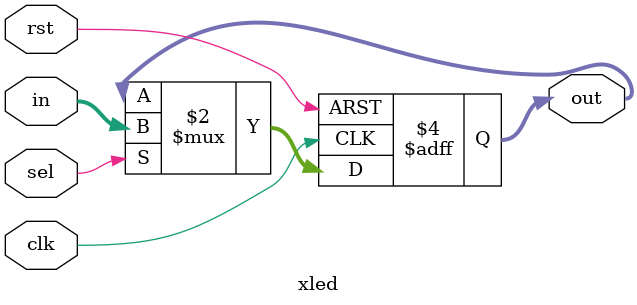
<source format=v>
`timescale 1ns / 1ps
`include "xdefs.vh"

module xled (
    input clk,
    input rst,
    input sel,
    input [7:0] in,
    output reg [7:0] out
);

always@(posedge clk, posedge rst) begin
    if(rst)
        out <= 7'b0;
    else if (sel)
        out <= in;
end
endmodule

</source>
